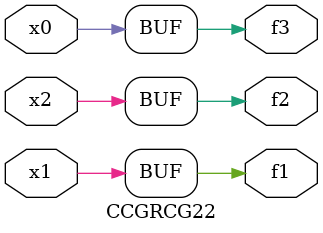
<source format=v>
module CCGRCG22(
	input x0, x1, x2,
	output f1, f2, f3
);
	assign f1 = x1;
	assign f2 = x2;
	assign f3 = x0;
endmodule

</source>
